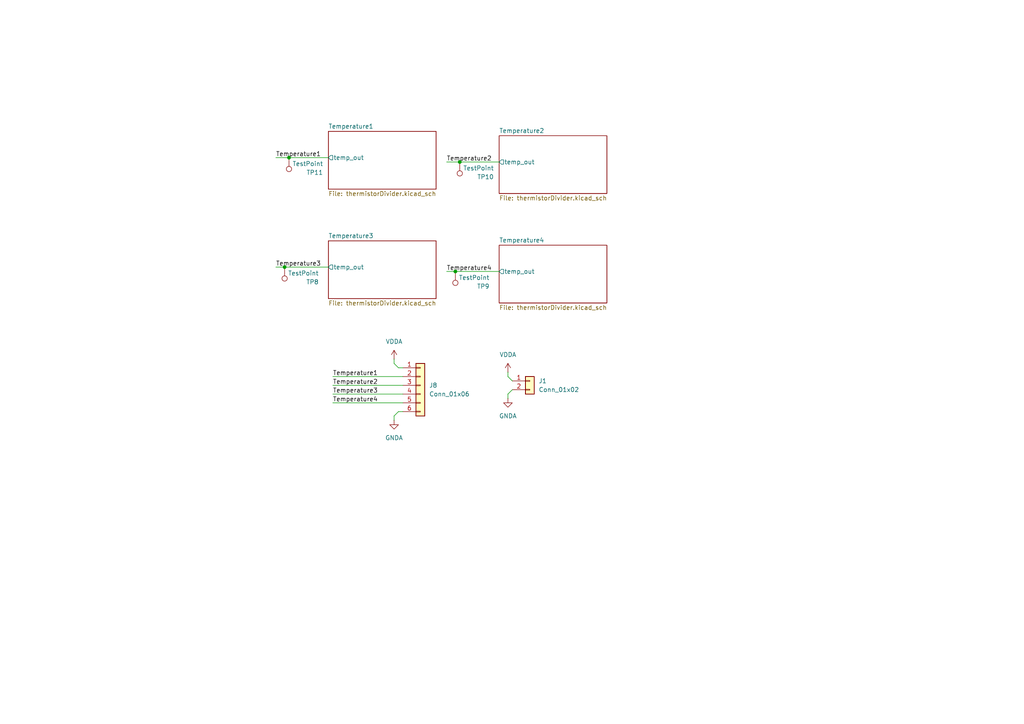
<source format=kicad_sch>
(kicad_sch (version 20250114) (generator "eeschema") (generator_version "9.0")
  (paper "A4")
  (lib_symbols
    (symbol "Connector:TestPoint" (pin_numbers (hide yes)) (pin_names (offset 0.762) (hide yes))
      (property "Reference" "TP" (at 0 6.858 0))
      (property "Value" "TestPoint" (at 0 5.08 0))
      (symbol "TestPoint_0_1"
        (circle (center 0 3.302) (radius 0.762))
      )
      (symbol "TestPoint_1_1"
        (pin passive line (at 0 0 90) (length 2.54) (name "1") (number "1"))
      )
    )
    (symbol "Connector_Generic:Conn_01x02" (pin_names (offset 1.016) (hide yes))
      (property "Reference" "J" (at 0 2.54 0))
      (property "Value" "Conn_01x02" (at 0 -5.08 0))
      (symbol "Conn_01x02_1_1"
        (rectangle (start -1.27 1.27) (end 1.27 -3.81) (stroke (width 0.254)) (fill (type background)))
        (rectangle (start -1.27 0.127) (end 0 -0.127) (stroke (width 0.1524)))
        (rectangle (start -1.27 -2.413) (end 0 -2.667) (stroke (width 0.1524)))
        (pin passive line (at -5.08 0 0) (length 3.81) (name "Pin_1") (number "1"))
        (pin passive line (at -5.08 -2.54 0) (length 3.81) (name "Pin_2") (number "2"))
      )
    )
    (symbol "Connector_Generic:Conn_01x06" (pin_names (offset 1.016) (hide yes))
      (property "Reference" "J" (at 0 7.62 0))
      (property "Value" "Conn_01x06" (at 0 -10.16 0))
      (symbol "Conn_01x06_1_1"
        (rectangle (start -1.27 6.35) (end 1.27 -8.89) (stroke (width 0.254)) (fill (type background)))
        (rectangle (start -1.27 5.207) (end 0 4.953) (stroke (width 0.1524)))
        (rectangle (start -1.27 2.667) (end 0 2.413) (stroke (width 0.1524)))
        (rectangle (start -1.27 0.127) (end 0 -0.127) (stroke (width 0.1524)))
        (rectangle (start -1.27 -2.413) (end 0 -2.667) (stroke (width 0.1524)))
        (rectangle (start -1.27 -4.953) (end 0 -5.207) (stroke (width 0.1524)))
        (rectangle (start -1.27 -7.493) (end 0 -7.747) (stroke (width 0.1524)))
        (pin passive line (at -5.08 5.08 0) (length 3.81) (name "Pin_1") (number "1"))
        (pin passive line (at -5.08 2.54 0) (length 3.81) (name "Pin_2") (number "2"))
        (pin passive line (at -5.08 0 0) (length 3.81) (name "Pin_3") (number "3"))
        (pin passive line (at -5.08 -2.54 0) (length 3.81) (name "Pin_4") (number "4"))
        (pin passive line (at -5.08 -5.08 0) (length 3.81) (name "Pin_5") (number "5"))
        (pin passive line (at -5.08 -7.62 0) (length 3.81) (name "Pin_6") (number "6"))
      )
    )
    (symbol "power:GNDA" (power) (pin_numbers (hide yes)) (pin_names (offset 0) (hide yes))
      (property "Value" "GNDA" (at 0 -3.81 0))
      (symbol "GNDA_0_1"
        (polyline (pts (xy 0 0) (xy 0 -1.27) (xy 1.27 -1.27) (xy 0 -2.54) (xy -1.27 -1.27) (xy 0 -1.27)))
      )
      (symbol "GNDA_1_1"
        (pin power_in line (at 0 0 270) (length 0) (name "~") (number "1"))
      )
    )
    (symbol "power:VDDA" (power) (pin_numbers (hide yes)) (pin_names (offset 0) (hide yes))
      (property "Value" "VDDA" (at 0 3.556 0))
      (symbol "VDDA_0_1"
        (polyline (pts (xy -0.762 1.27) (xy 0 2.54)))
        (polyline (pts (xy 0 2.54) (xy 0.762 1.27)))
        (polyline (pts (xy 0 0) (xy 0 2.54)))
      )
      (symbol "VDDA_1_1"
        (pin power_in line (at 0 0 90) (length 0) (name "~") (number "1"))
      )
    )
  )
  (junction (at 132.08 78.74))
  (junction (at 82.55 77.47))
  (junction (at 133.35 46.99))
  (junction (at 83.82 45.72))
  (wire (pts (xy 114.3 120.65) (xy 115.57 119.38)))
  (wire (pts (xy 129.54 46.99) (xy 133.35 46.99)))
  (wire (pts (xy 82.55 77.47) (xy 95.25 77.47)))
  (wire (pts (xy 96.52 109.22) (xy 116.84 109.22)))
  (wire (pts (xy 147.32 109.22) (xy 148.59 110.49)))
  (wire (pts (xy 114.3 121.92) (xy 114.3 120.65)))
  (wire (pts (xy 96.52 111.76) (xy 116.84 111.76)))
  (wire (pts (xy 96.52 114.3) (xy 116.84 114.3)))
  (wire (pts (xy 133.35 46.99) (xy 144.78 46.99)))
  (wire (pts (xy 147.32 115.57) (xy 147.32 114.3)))
  (wire (pts (xy 147.32 114.3) (xy 148.59 113.03)))
  (wire (pts (xy 83.82 45.72) (xy 95.25 45.72)))
  (wire (pts (xy 114.3 104.14) (xy 114.3 105.41)))
  (wire (pts (xy 80.01 45.72) (xy 83.82 45.72)))
  (wire (pts (xy 129.54 78.74) (xy 132.08 78.74)))
  (wire (pts (xy 80.01 77.47) (xy 82.55 77.47)))
  (wire (pts (xy 115.57 119.38) (xy 116.84 119.38)))
  (wire (pts (xy 115.57 106.68) (xy 114.3 105.41)))
  (wire (pts (xy 116.84 106.68) (xy 115.57 106.68)))
  (wire (pts (xy 96.52 116.84) (xy 116.84 116.84)))
  (wire (pts (xy 147.32 107.95) (xy 147.32 109.22)))
  (wire (pts (xy 132.08 78.74) (xy 144.78 78.74)))
  (label "Temperature2" (at 96.52 111.76 0))
  (label "Temperature2" (at 129.54 46.99 0))
  (label "Temperature3" (at 80.01 77.47 0))
  (label "Temperature4" (at 96.52 116.84 0))
  (label "Temperature4" (at 129.54 78.74 0))
  (label "Temperature1" (at 96.52 109.22 0))
  (label "Temperature3" (at 96.52 114.3 0))
  (label "Temperature1" (at 80.01 45.72 0))
  (symbol (lib_id "Connector_Generic:Conn_01x06") (at 121.92 111.76 0) (unit 1)
    (property "Reference" "J8" (at 124.46 111.7599 0) (effects (justify left)))
    (property "Value" "Conn_01x06" (at 124.46 114.2999 0) (effects (justify left)))
    (property "Footprint" "VoltTemp:1053131106" (effects (hide yes)))
    (property "Description" "Generic connector, single row, 01x06, script generated (kicad-library-utils/schlib/autogen/connector/)" (effects (hide yes)))
    (property "P/N" "1053131106" (effects (hide yes)))
  )
  (symbol (lib_id "Connector:TestPoint") (at 82.55 77.47 180) (unit 1)
    (property "Reference" "TP8" (at 92.456 81.788 0) (effects (justify left)))
    (property "Value" "TestPoint" (at 92.456 79.248 0) (effects (justify left)))
    (property "Footprint" "TestPoint:TestPoint_Keystone_5005-5009_Compact" (effects (hide yes)))
    (property "Description" "test point" (effects (hide yes)))
  )
  (symbol (lib_id "Connector:TestPoint") (at 133.35 46.99 180) (unit 1)
    (property "Reference" "TP10" (at 143.256 51.308 0) (effects (justify left)))
    (property "Value" "TestPoint" (at 143.256 48.768 0) (effects (justify left)))
    (property "Footprint" "TestPoint:TestPoint_Keystone_5005-5009_Compact" (effects (hide yes)))
    (property "Description" "test point" (effects (hide yes)))
  )
  (symbol (lib_id "power:VDDA") (at 147.32 107.95 0) (unit 1)
    (property "Reference" "#PWR010" (effects (hide yes)))
    (property "Value" "VDDA" (at 147.32 102.87 0))
    (property "Description" "Power symbol creates a global label with name \"VDDA\"" (effects (hide yes)))
  )
  (symbol (lib_id "Connector:TestPoint") (at 132.08 78.74 180) (unit 1)
    (property "Reference" "TP9" (at 141.986 83.058 0) (effects (justify left)))
    (property "Value" "TestPoint" (at 141.986 80.518 0) (effects (justify left)))
    (property "Footprint" "TestPoint:TestPoint_Keystone_5005-5009_Compact" (effects (hide yes)))
    (property "Description" "test point" (effects (hide yes)))
  )
  (symbol (lib_id "power:GNDA") (at 114.3 121.92 0) (unit 1)
    (property "Reference" "#PWR013" (effects (hide yes)))
    (property "Value" "GNDA" (at 114.3 127 0))
    (property "Description" "Power symbol creates a global label with name \"GNDA\" , analog ground" (effects (hide yes)))
  )
  (symbol (lib_id "power:VDDA") (at 114.3 104.14 0) (unit 1)
    (property "Reference" "#PWR014" (effects (hide yes)))
    (property "Value" "VDDA" (at 114.3 99.06 0))
    (property "Description" "Power symbol creates a global label with name \"VDDA\"" (effects (hide yes)))
  )
  (symbol (lib_id "Connector_Generic:Conn_01x02") (at 153.67 110.49 0) (unit 1)
    (property "Reference" "J1" (at 156.21 110.4899 0) (effects (justify left)))
    (property "Value" "Conn_01x02" (at 156.21 113.0299 0) (effects (justify left)))
    (property "Footprint" "Connector_PinHeader_2.54mm:PinHeader_1x02_P2.54mm_Vertical" (effects (hide yes)))
    (property "Description" "Generic connector, single row, 01x02, script generated (kicad-library-utils/schlib/autogen/connector/)" (effects (hide yes)))
  )
  (symbol (lib_id "power:GNDA") (at 147.32 115.57 0) (unit 1)
    (property "Reference" "#PWR09" (effects (hide yes)))
    (property "Value" "GNDA" (at 147.32 120.65 0))
    (property "Description" "Power symbol creates a global label with name \"GNDA\" , analog ground" (effects (hide yes)))
  )
  (symbol (lib_id "Connector:TestPoint") (at 83.82 45.72 180) (unit 1)
    (property "Reference" "TP11" (at 93.726 50.038 0) (effects (justify left)))
    (property "Value" "TestPoint" (at 93.726 47.498 0) (effects (justify left)))
    (property "Footprint" "TestPoint:TestPoint_Keystone_5005-5009_Compact" (effects (hide yes)))
    (property "Description" "test point" (effects (hide yes)))
  )
  (sheet (at 95.25 38.1) (size 31.242 16.764) (stroke (width 0.1524))
    (property "Sheetname" "Temperature1" (at 95.25 37.3884 0) (effects (justify left bottom)))
    (property "Sheetfile" "thermistorDivider.kicad_sch" (at 95.25 55.4486 0) (effects (justify left top)))
    (pin "temp_out" output (at 95.25 45.72 180))
  )
  (sheet (at 144.78 71.12) (size 31.242 16.764) (stroke (width 0.1524))
    (property "Sheetname" "Temperature4" (at 144.78 70.4084 0) (effects (justify left bottom)))
    (property "Sheetfile" "thermistorDivider.kicad_sch" (at 144.78 88.4686 0) (effects (justify left top)))
    (pin "temp_out" output (at 144.78 78.74 180))
  )
  (sheet (at 144.78 39.37) (size 31.242 16.764) (stroke (width 0.1524))
    (property "Sheetname" "Temperature2" (at 144.78 38.6584 0) (effects (justify left bottom)))
    (property "Sheetfile" "thermistorDivider.kicad_sch" (at 144.78 56.7186 0) (effects (justify left top)))
    (pin "temp_out" output (at 144.78 46.99 180))
  )
  (sheet (at 95.25 69.85) (size 31.242 16.764) (stroke (width 0.1524))
    (property "Sheetname" "Temperature3" (at 95.25 69.1384 0) (effects (justify left bottom)))
    (property "Sheetfile" "thermistorDivider.kicad_sch" (at 95.25 87.1986 0) (effects (justify left top)))
    (pin "temp_out" output (at 95.25 77.47 180))
  )
)
</source>
